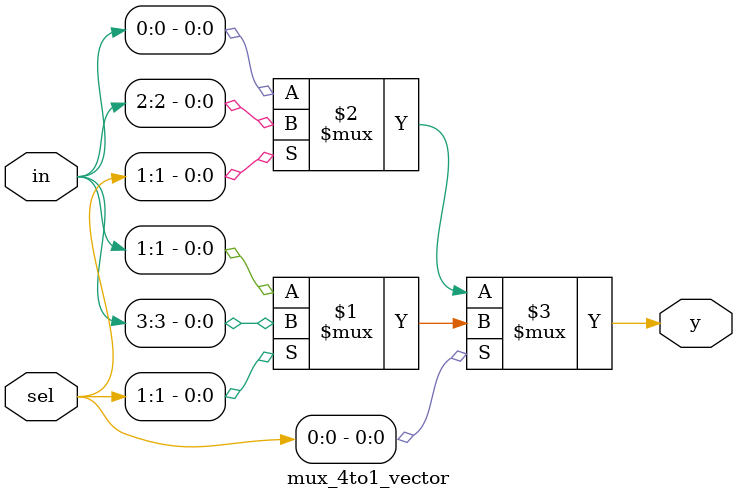
<source format=v>
module mux_4to1_vector(
    input [3:0] in,
    input [1:0] sel,
    output y
    );
	 
	 assign y=sel[0]?(sel[1]?in[3]:in[1]):(sel[1]?in[2]:in[0]);


endmodule
</source>
